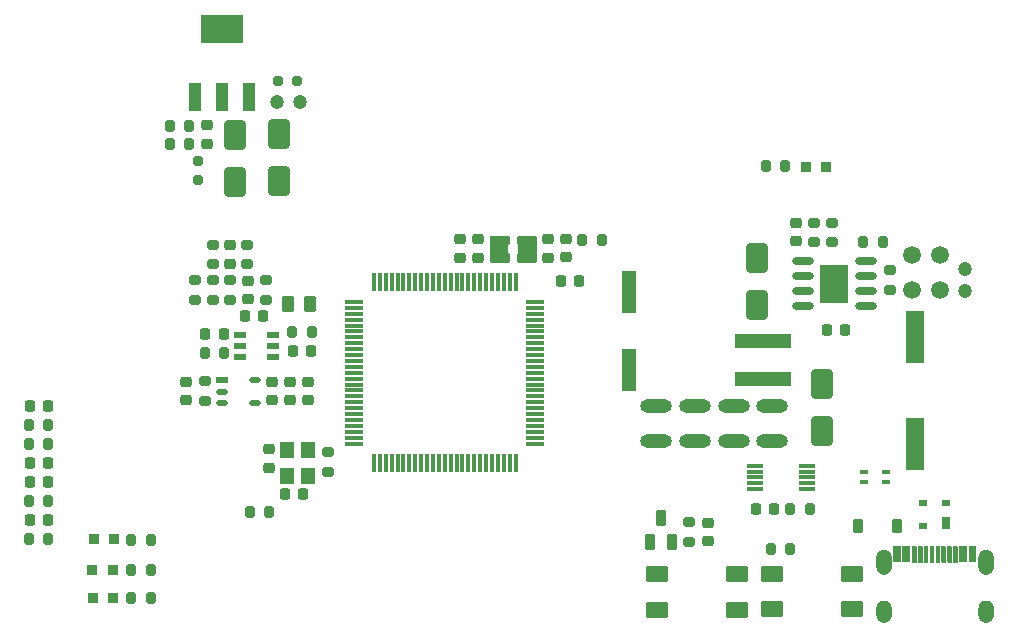
<source format=gbr>
%TF.GenerationSoftware,KiCad,Pcbnew,7.0.9*%
%TF.CreationDate,2025-05-07T10:44:47+08:00*%
%TF.ProjectId,HPM5300RDCRevB,48504d35-3330-4305-9244-43526576422e,REVC*%
%TF.SameCoordinates,Original*%
%TF.FileFunction,Paste,Top*%
%TF.FilePolarity,Positive*%
%FSLAX46Y46*%
G04 Gerber Fmt 4.6, Leading zero omitted, Abs format (unit mm)*
G04 Created by KiCad (PCBNEW 7.0.9) date 2025-05-07 10:44:47*
%MOMM*%
%LPD*%
G01*
G04 APERTURE LIST*
G04 Aperture macros list*
%AMRoundRect*
0 Rectangle with rounded corners*
0 $1 Rounding radius*
0 $2 $3 $4 $5 $6 $7 $8 $9 X,Y pos of 4 corners*
0 Add a 4 corners polygon primitive as box body*
4,1,4,$2,$3,$4,$5,$6,$7,$8,$9,$2,$3,0*
0 Add four circle primitives for the rounded corners*
1,1,$1+$1,$2,$3*
1,1,$1+$1,$4,$5*
1,1,$1+$1,$6,$7*
1,1,$1+$1,$8,$9*
0 Add four rect primitives between the rounded corners*
20,1,$1+$1,$2,$3,$4,$5,0*
20,1,$1+$1,$4,$5,$6,$7,0*
20,1,$1+$1,$6,$7,$8,$9,0*
20,1,$1+$1,$8,$9,$2,$3,0*%
G04 Aperture macros list end*
%ADD10C,0.005100*%
%ADD11C,0.120000*%
%ADD12RoundRect,0.200000X0.200000X0.275000X-0.200000X0.275000X-0.200000X-0.275000X0.200000X-0.275000X0*%
%ADD13RoundRect,0.225000X0.225000X0.250000X-0.225000X0.250000X-0.225000X-0.250000X0.225000X-0.250000X0*%
%ADD14R,0.750000X0.400000*%
%ADD15C,1.200000*%
%ADD16R,1.400000X0.300000*%
%ADD17RoundRect,0.225000X0.250000X-0.225000X0.250000X0.225000X-0.250000X0.225000X-0.250000X-0.225000X0*%
%ADD18RoundRect,0.050000X-0.150000X-0.650000X0.150000X-0.650000X0.150000X0.650000X-0.150000X0.650000X0*%
%ADD19R,0.980000X2.340000*%
%ADD20R,3.600000X2.340000*%
%ADD21RoundRect,0.200000X-0.275000X0.200000X-0.275000X-0.200000X0.275000X-0.200000X0.275000X0.200000X0*%
%ADD22RoundRect,0.225000X-0.250000X0.225000X-0.250000X-0.225000X0.250000X-0.225000X0.250000X0.225000X0*%
%ADD23RoundRect,0.200000X0.275000X-0.200000X0.275000X0.200000X-0.275000X0.200000X-0.275000X-0.200000X0*%
%ADD24C,1.500000*%
%ADD25R,1.016000X0.508000*%
%ADD26O,1.016000X0.508000*%
%ADD27RoundRect,0.250000X-0.650000X1.000000X-0.650000X-1.000000X0.650000X-1.000000X0.650000X1.000000X0*%
%ADD28RoundRect,0.050800X-0.849650X-0.599450X0.849650X-0.599450X0.849650X0.599450X-0.849650X0.599450X0*%
%ADD29RoundRect,0.050800X0.400050X-0.400050X0.400050X0.400050X-0.400050X0.400050X-0.400050X-0.400050X0*%
%ADD30R,1.635000X2.160000*%
%ADD31RoundRect,0.225000X-0.225000X-0.250000X0.225000X-0.250000X0.225000X0.250000X-0.225000X0.250000X0*%
%ADD32C,0.950000*%
%ADD33R,1.200000X1.400000*%
%ADD34R,1.650000X4.500000*%
%ADD35RoundRect,0.200000X-0.200000X-0.275000X0.200000X-0.275000X0.200000X0.275000X-0.200000X0.275000X0*%
%ADD36RoundRect,0.250000X0.650000X-1.000000X0.650000X1.000000X-0.650000X1.000000X-0.650000X-1.000000X0*%
%ADD37R,4.700000X1.250000*%
%ADD38RoundRect,0.050800X-0.400050X0.400050X-0.400050X-0.400050X0.400050X-0.400050X0.400050X0.400050X0*%
%ADD39RoundRect,0.225000X-0.225000X-0.375000X0.225000X-0.375000X0.225000X0.375000X-0.225000X0.375000X0*%
%ADD40RoundRect,0.050800X-0.350000X0.625000X-0.350000X-0.625000X0.350000X-0.625000X0.350000X0.625000X0*%
%ADD41RoundRect,0.250000X0.262500X0.450000X-0.262500X0.450000X-0.262500X-0.450000X0.262500X-0.450000X0*%
%ADD42O,1.865000X0.630000*%
%ADD43R,2.400000X3.300000*%
%ADD44O,2.700000X1.150000*%
%ADD45R,0.700000X1.000000*%
%ADD46R,0.700000X0.600000*%
%ADD47RoundRect,0.075000X0.725000X0.075000X-0.725000X0.075000X-0.725000X-0.075000X0.725000X-0.075000X0*%
%ADD48RoundRect,0.075000X0.075000X0.725000X-0.075000X0.725000X-0.075000X-0.725000X0.075000X-0.725000X0*%
%ADD49R,1.260000X3.610000*%
%ADD50R,1.000000X0.550000*%
G04 APERTURE END LIST*
%TO.C,J1*%
D10*
X184895200Y-127169050D02*
X184395200Y-127169050D01*
X184395200Y-125979050D01*
X184895200Y-125979050D01*
X184895200Y-127169050D01*
G36*
X184895200Y-127169050D02*
G01*
X184395200Y-127169050D01*
X184395200Y-125979050D01*
X184895200Y-125979050D01*
X184895200Y-127169050D01*
G37*
X185695300Y-127169050D02*
X185195300Y-127169050D01*
X185195300Y-125979050D01*
X185695300Y-125979050D01*
X185695300Y-127169050D01*
G36*
X185695300Y-127169050D02*
G01*
X185195300Y-127169050D01*
X185195300Y-125979050D01*
X185695300Y-125979050D01*
X185695300Y-127169050D01*
G37*
X186245200Y-127219050D02*
X185945200Y-127219050D01*
X185945200Y-125929050D01*
X186245200Y-125929050D01*
X186245200Y-127219050D01*
G36*
X186245200Y-127219050D02*
G01*
X185945200Y-127219050D01*
X185945200Y-125929050D01*
X186245200Y-125929050D01*
X186245200Y-127219050D01*
G37*
X186745300Y-127219050D02*
X186445400Y-127219050D01*
X186445400Y-125929050D01*
X186745300Y-125929050D01*
X186745300Y-127219050D01*
G36*
X186745300Y-127219050D02*
G01*
X186445400Y-127219050D01*
X186445400Y-125929050D01*
X186745300Y-125929050D01*
X186745300Y-127219050D01*
G37*
X187245200Y-127219050D02*
X186945200Y-127219050D01*
X186945200Y-125929050D01*
X187245200Y-125929050D01*
X187245200Y-127219050D01*
G36*
X187245200Y-127219050D02*
G01*
X186945200Y-127219050D01*
X186945200Y-125929050D01*
X187245200Y-125929050D01*
X187245200Y-127219050D01*
G37*
X187745300Y-127219050D02*
X187445300Y-127219050D01*
X187445300Y-125929050D01*
X187745300Y-125929050D01*
X187745300Y-127219050D01*
G36*
X187745300Y-127219050D02*
G01*
X187445300Y-127219050D01*
X187445300Y-125929050D01*
X187745300Y-125929050D01*
X187745300Y-127219050D01*
G37*
X188245100Y-127219050D02*
X187945200Y-127219050D01*
X187945200Y-125929050D01*
X188245100Y-125929050D01*
X188245100Y-127219050D01*
G36*
X188245100Y-127219050D02*
G01*
X187945200Y-127219050D01*
X187945200Y-125929050D01*
X188245100Y-125929050D01*
X188245100Y-127219050D01*
G37*
X188745300Y-127219050D02*
X188445300Y-127219050D01*
X188445300Y-125929050D01*
X188745300Y-125929050D01*
X188745300Y-127219050D01*
G36*
X188745300Y-127219050D02*
G01*
X188445300Y-127219050D01*
X188445300Y-125929050D01*
X188745300Y-125929050D01*
X188745300Y-127219050D01*
G37*
X189244900Y-127219050D02*
X188944900Y-127219050D01*
X188944900Y-125929050D01*
X189244900Y-125929050D01*
X189244900Y-127219050D01*
G36*
X189244900Y-127219050D02*
G01*
X188944900Y-127219050D01*
X188944900Y-125929050D01*
X189244900Y-125929050D01*
X189244900Y-127219050D01*
G37*
X189745300Y-127219050D02*
X189445300Y-127219050D01*
X189445300Y-125929050D01*
X189745300Y-125929050D01*
X189745300Y-127219050D01*
G36*
X189745300Y-127219050D02*
G01*
X189445300Y-127219050D01*
X189445300Y-125929050D01*
X189745300Y-125929050D01*
X189745300Y-127219050D01*
G37*
X190495400Y-127169250D02*
X189995400Y-127169250D01*
X189995400Y-125979250D01*
X190495400Y-125979250D01*
X190495400Y-127169250D01*
G36*
X190495400Y-127169250D02*
G01*
X189995400Y-127169250D01*
X189995400Y-125979250D01*
X190495400Y-125979250D01*
X190495400Y-127169250D01*
G37*
X191295400Y-127169050D02*
X190795400Y-127169050D01*
X190795400Y-125979050D01*
X191295400Y-125979050D01*
X191295400Y-127169050D01*
G36*
X191295400Y-127169050D02*
G01*
X190795400Y-127169050D01*
X190795400Y-125979050D01*
X191295400Y-125979050D01*
X191295400Y-127169050D01*
G37*
X183570000Y-126225550D02*
X183599800Y-126228550D01*
X183629400Y-126233050D01*
X183658700Y-126238950D01*
X183687700Y-126246350D01*
X183716300Y-126255150D01*
X183744400Y-126265350D01*
X183771900Y-126276950D01*
X183798900Y-126289950D01*
X183825200Y-126304250D01*
X183850700Y-126319850D01*
X183875400Y-126336750D01*
X183899300Y-126354850D01*
X183922200Y-126374050D01*
X183944100Y-126394350D01*
X183965000Y-126415850D01*
X183984800Y-126438250D01*
X184003500Y-126461650D01*
X184020900Y-126485950D01*
X184037100Y-126511050D01*
X184052100Y-126536950D01*
X184065800Y-126563550D01*
X184078000Y-126590850D01*
X184089000Y-126618650D01*
X184098500Y-126647050D01*
X184106600Y-126675850D01*
X184113300Y-126705050D01*
X184118500Y-126734450D01*
X184122200Y-126764150D01*
X184124400Y-126794050D01*
X184125200Y-126823950D01*
X184125200Y-127623950D01*
X184124400Y-127653750D01*
X184122200Y-127683650D01*
X184118500Y-127713350D01*
X184113300Y-127742850D01*
X184106600Y-127771950D01*
X184098500Y-127800750D01*
X184089000Y-127829150D01*
X184078000Y-127856950D01*
X184065800Y-127884250D01*
X184052100Y-127910850D01*
X184037100Y-127936750D01*
X184020900Y-127961950D01*
X184003500Y-127986150D01*
X183984800Y-128009550D01*
X183965000Y-128032050D01*
X183944100Y-128053450D01*
X183922200Y-128073750D01*
X183899300Y-128092950D01*
X183875400Y-128111050D01*
X183850700Y-128127950D01*
X183825200Y-128143550D01*
X183798900Y-128157850D01*
X183771900Y-128170850D01*
X183744400Y-128182450D01*
X183716300Y-128192650D01*
X183687700Y-128201450D01*
X183658700Y-128208850D01*
X183629400Y-128214750D01*
X183599800Y-128219250D01*
X183570000Y-128222250D01*
X183540100Y-128223750D01*
X183510200Y-128223750D01*
X183480300Y-128222250D01*
X183450600Y-128219250D01*
X183421000Y-128214750D01*
X183391700Y-128208850D01*
X183362700Y-128201450D01*
X183334100Y-128192650D01*
X183306000Y-128182450D01*
X183278400Y-128170850D01*
X183251400Y-128157850D01*
X183225200Y-128143550D01*
X183199600Y-128127950D01*
X183174900Y-128111050D01*
X183151100Y-128092950D01*
X183128200Y-128073750D01*
X183106200Y-128053450D01*
X183085300Y-128032050D01*
X183065500Y-128009550D01*
X183046900Y-127986150D01*
X183029400Y-127961950D01*
X183013200Y-127936750D01*
X182998200Y-127910850D01*
X182984600Y-127884250D01*
X182972300Y-127856950D01*
X182961400Y-127829150D01*
X182951800Y-127800750D01*
X182943700Y-127771950D01*
X182937100Y-127742850D01*
X182931900Y-127713350D01*
X182928100Y-127683650D01*
X182925900Y-127653750D01*
X182925200Y-127623950D01*
X182925200Y-126823950D01*
X182925900Y-126794050D01*
X182928100Y-126764150D01*
X182931900Y-126734450D01*
X182937100Y-126705050D01*
X182943700Y-126675850D01*
X182951800Y-126647050D01*
X182961400Y-126618650D01*
X182972300Y-126590850D01*
X182984600Y-126563550D01*
X182998200Y-126536950D01*
X183013200Y-126511050D01*
X183029400Y-126485950D01*
X183046900Y-126461650D01*
X183065500Y-126438250D01*
X183085300Y-126415850D01*
X183106200Y-126394350D01*
X183128200Y-126374050D01*
X183151100Y-126354850D01*
X183174900Y-126336750D01*
X183199600Y-126319850D01*
X183225200Y-126304250D01*
X183251400Y-126289950D01*
X183278400Y-126276950D01*
X183306000Y-126265350D01*
X183334100Y-126255150D01*
X183362700Y-126246350D01*
X183391700Y-126238950D01*
X183421000Y-126233050D01*
X183450600Y-126228550D01*
X183480300Y-126225550D01*
X183510200Y-126224050D01*
X183540100Y-126224050D01*
X183570000Y-126225550D01*
G36*
X183570000Y-126225550D02*
G01*
X183599800Y-126228550D01*
X183629400Y-126233050D01*
X183658700Y-126238950D01*
X183687700Y-126246350D01*
X183716300Y-126255150D01*
X183744400Y-126265350D01*
X183771900Y-126276950D01*
X183798900Y-126289950D01*
X183825200Y-126304250D01*
X183850700Y-126319850D01*
X183875400Y-126336750D01*
X183899300Y-126354850D01*
X183922200Y-126374050D01*
X183944100Y-126394350D01*
X183965000Y-126415850D01*
X183984800Y-126438250D01*
X184003500Y-126461650D01*
X184020900Y-126485950D01*
X184037100Y-126511050D01*
X184052100Y-126536950D01*
X184065800Y-126563550D01*
X184078000Y-126590850D01*
X184089000Y-126618650D01*
X184098500Y-126647050D01*
X184106600Y-126675850D01*
X184113300Y-126705050D01*
X184118500Y-126734450D01*
X184122200Y-126764150D01*
X184124400Y-126794050D01*
X184125200Y-126823950D01*
X184125200Y-127623950D01*
X184124400Y-127653750D01*
X184122200Y-127683650D01*
X184118500Y-127713350D01*
X184113300Y-127742850D01*
X184106600Y-127771950D01*
X184098500Y-127800750D01*
X184089000Y-127829150D01*
X184078000Y-127856950D01*
X184065800Y-127884250D01*
X184052100Y-127910850D01*
X184037100Y-127936750D01*
X184020900Y-127961950D01*
X184003500Y-127986150D01*
X183984800Y-128009550D01*
X183965000Y-128032050D01*
X183944100Y-128053450D01*
X183922200Y-128073750D01*
X183899300Y-128092950D01*
X183875400Y-128111050D01*
X183850700Y-128127950D01*
X183825200Y-128143550D01*
X183798900Y-128157850D01*
X183771900Y-128170850D01*
X183744400Y-128182450D01*
X183716300Y-128192650D01*
X183687700Y-128201450D01*
X183658700Y-128208850D01*
X183629400Y-128214750D01*
X183599800Y-128219250D01*
X183570000Y-128222250D01*
X183540100Y-128223750D01*
X183510200Y-128223750D01*
X183480300Y-128222250D01*
X183450600Y-128219250D01*
X183421000Y-128214750D01*
X183391700Y-128208850D01*
X183362700Y-128201450D01*
X183334100Y-128192650D01*
X183306000Y-128182450D01*
X183278400Y-128170850D01*
X183251400Y-128157850D01*
X183225200Y-128143550D01*
X183199600Y-128127950D01*
X183174900Y-128111050D01*
X183151100Y-128092950D01*
X183128200Y-128073750D01*
X183106200Y-128053450D01*
X183085300Y-128032050D01*
X183065500Y-128009550D01*
X183046900Y-127986150D01*
X183029400Y-127961950D01*
X183013200Y-127936750D01*
X182998200Y-127910850D01*
X182984600Y-127884250D01*
X182972300Y-127856950D01*
X182961400Y-127829150D01*
X182951800Y-127800750D01*
X182943700Y-127771950D01*
X182937100Y-127742850D01*
X182931900Y-127713350D01*
X182928100Y-127683650D01*
X182925900Y-127653750D01*
X182925200Y-127623950D01*
X182925200Y-126823950D01*
X182925900Y-126794050D01*
X182928100Y-126764150D01*
X182931900Y-126734450D01*
X182937100Y-126705050D01*
X182943700Y-126675850D01*
X182951800Y-126647050D01*
X182961400Y-126618650D01*
X182972300Y-126590850D01*
X182984600Y-126563550D01*
X182998200Y-126536950D01*
X183013200Y-126511050D01*
X183029400Y-126485950D01*
X183046900Y-126461650D01*
X183065500Y-126438250D01*
X183085300Y-126415850D01*
X183106200Y-126394350D01*
X183128200Y-126374050D01*
X183151100Y-126354850D01*
X183174900Y-126336750D01*
X183199600Y-126319850D01*
X183225200Y-126304250D01*
X183251400Y-126289950D01*
X183278400Y-126276950D01*
X183306000Y-126265350D01*
X183334100Y-126255150D01*
X183362700Y-126246350D01*
X183391700Y-126238950D01*
X183421000Y-126233050D01*
X183450600Y-126228550D01*
X183480300Y-126225550D01*
X183510200Y-126224050D01*
X183540100Y-126224050D01*
X183570000Y-126225550D01*
G37*
X183570000Y-130505650D02*
X183599800Y-130508650D01*
X183629400Y-130513150D01*
X183658700Y-130519050D01*
X183687700Y-130526450D01*
X183716300Y-130535250D01*
X183744400Y-130545450D01*
X183771900Y-130557050D01*
X183798900Y-130570050D01*
X183825200Y-130584350D01*
X183850700Y-130599950D01*
X183875400Y-130616850D01*
X183899300Y-130634850D01*
X183922200Y-130654150D01*
X183944100Y-130674450D01*
X183965000Y-130695850D01*
X183984800Y-130718350D01*
X184003500Y-130741750D01*
X184020900Y-130765950D01*
X184037100Y-130791150D01*
X184052100Y-130817050D01*
X184065800Y-130843650D01*
X184078000Y-130870950D01*
X184089000Y-130898750D01*
X184098500Y-130927150D01*
X184106600Y-130955950D01*
X184113300Y-130985050D01*
X184118500Y-131014550D01*
X184122200Y-131044250D01*
X184124400Y-131074050D01*
X184125200Y-131103950D01*
X184125200Y-131703950D01*
X184124400Y-131733850D01*
X184122200Y-131763750D01*
X184118500Y-131793450D01*
X184113300Y-131822850D01*
X184106600Y-131852050D01*
X184098500Y-131880850D01*
X184089000Y-131909150D01*
X184078000Y-131937050D01*
X184065800Y-131964350D01*
X184052100Y-131990950D01*
X184037100Y-132016850D01*
X184020900Y-132041950D01*
X184003500Y-132066250D01*
X183984800Y-132089650D01*
X183965000Y-132112050D01*
X183944100Y-132133450D01*
X183922200Y-132153850D01*
X183899300Y-132173050D01*
X183875400Y-132191150D01*
X183850700Y-132207950D01*
X183825200Y-132223550D01*
X183798900Y-132237950D01*
X183771900Y-132250850D01*
X183744400Y-132262550D01*
X183716300Y-132272750D01*
X183687700Y-132281550D01*
X183658700Y-132288950D01*
X183629400Y-132294850D01*
X183599800Y-132299350D01*
X183570000Y-132302350D01*
X183540100Y-132303850D01*
X183510200Y-132303850D01*
X183480300Y-132302350D01*
X183450600Y-132299350D01*
X183421000Y-132294850D01*
X183391700Y-132288950D01*
X183362700Y-132281550D01*
X183334100Y-132272750D01*
X183306000Y-132262550D01*
X183278400Y-132250850D01*
X183251400Y-132237950D01*
X183225200Y-132223550D01*
X183199600Y-132207950D01*
X183174900Y-132191150D01*
X183151100Y-132173050D01*
X183128200Y-132153850D01*
X183106200Y-132133450D01*
X183085300Y-132112050D01*
X183065500Y-132089650D01*
X183046900Y-132066250D01*
X183029400Y-132041950D01*
X183013200Y-132016850D01*
X182998200Y-131990950D01*
X182984600Y-131964350D01*
X182972300Y-131937050D01*
X182961400Y-131909150D01*
X182951800Y-131880850D01*
X182943700Y-131852050D01*
X182937100Y-131822850D01*
X182931900Y-131793450D01*
X182928100Y-131763750D01*
X182925900Y-131733850D01*
X182925200Y-131703950D01*
X182925200Y-131103950D01*
X182925900Y-131074050D01*
X182928100Y-131044250D01*
X182931900Y-131014550D01*
X182937100Y-130985050D01*
X182943700Y-130955950D01*
X182951800Y-130927150D01*
X182961400Y-130898750D01*
X182972300Y-130870950D01*
X182984600Y-130843650D01*
X182998200Y-130817050D01*
X183013200Y-130791150D01*
X183029400Y-130765950D01*
X183046900Y-130741750D01*
X183065500Y-130718350D01*
X183085300Y-130695850D01*
X183106200Y-130674450D01*
X183128200Y-130654150D01*
X183151100Y-130634850D01*
X183174900Y-130616850D01*
X183199600Y-130599950D01*
X183225200Y-130584350D01*
X183251400Y-130570050D01*
X183278400Y-130557050D01*
X183306000Y-130545450D01*
X183334100Y-130535250D01*
X183362700Y-130526450D01*
X183391700Y-130519050D01*
X183421000Y-130513150D01*
X183450600Y-130508650D01*
X183480300Y-130505650D01*
X183510200Y-130504150D01*
X183540100Y-130504150D01*
X183570000Y-130505650D01*
G36*
X183570000Y-130505650D02*
G01*
X183599800Y-130508650D01*
X183629400Y-130513150D01*
X183658700Y-130519050D01*
X183687700Y-130526450D01*
X183716300Y-130535250D01*
X183744400Y-130545450D01*
X183771900Y-130557050D01*
X183798900Y-130570050D01*
X183825200Y-130584350D01*
X183850700Y-130599950D01*
X183875400Y-130616850D01*
X183899300Y-130634850D01*
X183922200Y-130654150D01*
X183944100Y-130674450D01*
X183965000Y-130695850D01*
X183984800Y-130718350D01*
X184003500Y-130741750D01*
X184020900Y-130765950D01*
X184037100Y-130791150D01*
X184052100Y-130817050D01*
X184065800Y-130843650D01*
X184078000Y-130870950D01*
X184089000Y-130898750D01*
X184098500Y-130927150D01*
X184106600Y-130955950D01*
X184113300Y-130985050D01*
X184118500Y-131014550D01*
X184122200Y-131044250D01*
X184124400Y-131074050D01*
X184125200Y-131103950D01*
X184125200Y-131703950D01*
X184124400Y-131733850D01*
X184122200Y-131763750D01*
X184118500Y-131793450D01*
X184113300Y-131822850D01*
X184106600Y-131852050D01*
X184098500Y-131880850D01*
X184089000Y-131909150D01*
X184078000Y-131937050D01*
X184065800Y-131964350D01*
X184052100Y-131990950D01*
X184037100Y-132016850D01*
X184020900Y-132041950D01*
X184003500Y-132066250D01*
X183984800Y-132089650D01*
X183965000Y-132112050D01*
X183944100Y-132133450D01*
X183922200Y-132153850D01*
X183899300Y-132173050D01*
X183875400Y-132191150D01*
X183850700Y-132207950D01*
X183825200Y-132223550D01*
X183798900Y-132237950D01*
X183771900Y-132250850D01*
X183744400Y-132262550D01*
X183716300Y-132272750D01*
X183687700Y-132281550D01*
X183658700Y-132288950D01*
X183629400Y-132294850D01*
X183599800Y-132299350D01*
X183570000Y-132302350D01*
X183540100Y-132303850D01*
X183510200Y-132303850D01*
X183480300Y-132302350D01*
X183450600Y-132299350D01*
X183421000Y-132294850D01*
X183391700Y-132288950D01*
X183362700Y-132281550D01*
X183334100Y-132272750D01*
X183306000Y-132262550D01*
X183278400Y-132250850D01*
X183251400Y-132237950D01*
X183225200Y-132223550D01*
X183199600Y-132207950D01*
X183174900Y-132191150D01*
X183151100Y-132173050D01*
X183128200Y-132153850D01*
X183106200Y-132133450D01*
X183085300Y-132112050D01*
X183065500Y-132089650D01*
X183046900Y-132066250D01*
X183029400Y-132041950D01*
X183013200Y-132016850D01*
X182998200Y-131990950D01*
X182984600Y-131964350D01*
X182972300Y-131937050D01*
X182961400Y-131909150D01*
X182951800Y-131880850D01*
X182943700Y-131852050D01*
X182937100Y-131822850D01*
X182931900Y-131793450D01*
X182928100Y-131763750D01*
X182925900Y-131733850D01*
X182925200Y-131703950D01*
X182925200Y-131103950D01*
X182925900Y-131074050D01*
X182928100Y-131044250D01*
X182931900Y-131014550D01*
X182937100Y-130985050D01*
X182943700Y-130955950D01*
X182951800Y-130927150D01*
X182961400Y-130898750D01*
X182972300Y-130870950D01*
X182984600Y-130843650D01*
X182998200Y-130817050D01*
X183013200Y-130791150D01*
X183029400Y-130765950D01*
X183046900Y-130741750D01*
X183065500Y-130718350D01*
X183085300Y-130695850D01*
X183106200Y-130674450D01*
X183128200Y-130654150D01*
X183151100Y-130634850D01*
X183174900Y-130616850D01*
X183199600Y-130599950D01*
X183225200Y-130584350D01*
X183251400Y-130570050D01*
X183278400Y-130557050D01*
X183306000Y-130545450D01*
X183334100Y-130535250D01*
X183362700Y-130526450D01*
X183391700Y-130519050D01*
X183421000Y-130513150D01*
X183450600Y-130508650D01*
X183480300Y-130505650D01*
X183510200Y-130504150D01*
X183540100Y-130504150D01*
X183570000Y-130505650D01*
G37*
X192210100Y-126225550D02*
X192239800Y-126228550D01*
X192269400Y-126233050D01*
X192298700Y-126238950D01*
X192327700Y-126246350D01*
X192356300Y-126255150D01*
X192384400Y-126265350D01*
X192412000Y-126276950D01*
X192439000Y-126289950D01*
X192465200Y-126304250D01*
X192490800Y-126319850D01*
X192515500Y-126336750D01*
X192539300Y-126354850D01*
X192562200Y-126374050D01*
X192584200Y-126394350D01*
X192605100Y-126415850D01*
X192624900Y-126438250D01*
X192643500Y-126461650D01*
X192661000Y-126485950D01*
X192677200Y-126511050D01*
X192692200Y-126536950D01*
X192705800Y-126563550D01*
X192718100Y-126590850D01*
X192729000Y-126618650D01*
X192738600Y-126647050D01*
X192746700Y-126675850D01*
X192753300Y-126705050D01*
X192758500Y-126734450D01*
X192762300Y-126764150D01*
X192764500Y-126794050D01*
X192765200Y-126823950D01*
X192765200Y-127623950D01*
X192764500Y-127653750D01*
X192762300Y-127683650D01*
X192758500Y-127713350D01*
X192753300Y-127742850D01*
X192746700Y-127771950D01*
X192738600Y-127800750D01*
X192729000Y-127829150D01*
X192718100Y-127856950D01*
X192705800Y-127884250D01*
X192692200Y-127910850D01*
X192677200Y-127936750D01*
X192661000Y-127961950D01*
X192643500Y-127986150D01*
X192624900Y-128009550D01*
X192605100Y-128032050D01*
X192584200Y-128053450D01*
X192562200Y-128073750D01*
X192539300Y-128092950D01*
X192515500Y-128111050D01*
X192490800Y-128127950D01*
X192465200Y-128143550D01*
X192439000Y-128157850D01*
X192412000Y-128170850D01*
X192384400Y-128182450D01*
X192356300Y-128192650D01*
X192327700Y-128201450D01*
X192298700Y-128208850D01*
X192269400Y-128214750D01*
X192239800Y-128219250D01*
X192210100Y-128222250D01*
X192180200Y-128223750D01*
X192150300Y-128223750D01*
X192120400Y-128222250D01*
X192090600Y-128219250D01*
X192061000Y-128214750D01*
X192031700Y-128208850D01*
X192002700Y-128201450D01*
X191974100Y-128192650D01*
X191946000Y-128182450D01*
X191918500Y-128170850D01*
X191891500Y-128157850D01*
X191865200Y-128143550D01*
X191839700Y-128127950D01*
X191815000Y-128111050D01*
X191791100Y-128092950D01*
X191768200Y-128073750D01*
X191746300Y-128053450D01*
X191725400Y-128032050D01*
X191705600Y-128009550D01*
X191687000Y-127986150D01*
X191669500Y-127961950D01*
X191653300Y-127936750D01*
X191638300Y-127910850D01*
X191624600Y-127884250D01*
X191612400Y-127856950D01*
X191601400Y-127829150D01*
X191591900Y-127800750D01*
X191583800Y-127771950D01*
X191577100Y-127742850D01*
X191571900Y-127713350D01*
X191568200Y-127683650D01*
X191566000Y-127653750D01*
X191565200Y-127623950D01*
X191565200Y-126823950D01*
X191566000Y-126794050D01*
X191568200Y-126764150D01*
X191571900Y-126734450D01*
X191577100Y-126705050D01*
X191583800Y-126675850D01*
X191591900Y-126647050D01*
X191601400Y-126618650D01*
X191612400Y-126590850D01*
X191624600Y-126563550D01*
X191638300Y-126536950D01*
X191653300Y-126511050D01*
X191669500Y-126485950D01*
X191687000Y-126461650D01*
X191705600Y-126438250D01*
X191725400Y-126415850D01*
X191746300Y-126394350D01*
X191768200Y-126374050D01*
X191791100Y-126354850D01*
X191815000Y-126336750D01*
X191839700Y-126319850D01*
X191865200Y-126304250D01*
X191891500Y-126289950D01*
X191918500Y-126276950D01*
X191946000Y-126265350D01*
X191974100Y-126255150D01*
X192002700Y-126246350D01*
X192031700Y-126238950D01*
X192061000Y-126233050D01*
X192090600Y-126228550D01*
X192120400Y-126225550D01*
X192150300Y-126224050D01*
X192180200Y-126224050D01*
X192210100Y-126225550D01*
G36*
X192210100Y-126225550D02*
G01*
X192239800Y-126228550D01*
X192269400Y-126233050D01*
X192298700Y-126238950D01*
X192327700Y-126246350D01*
X192356300Y-126255150D01*
X192384400Y-126265350D01*
X192412000Y-126276950D01*
X192439000Y-126289950D01*
X192465200Y-126304250D01*
X192490800Y-126319850D01*
X192515500Y-126336750D01*
X192539300Y-126354850D01*
X192562200Y-126374050D01*
X192584200Y-126394350D01*
X192605100Y-126415850D01*
X192624900Y-126438250D01*
X192643500Y-126461650D01*
X192661000Y-126485950D01*
X192677200Y-126511050D01*
X192692200Y-126536950D01*
X192705800Y-126563550D01*
X192718100Y-126590850D01*
X192729000Y-126618650D01*
X192738600Y-126647050D01*
X192746700Y-126675850D01*
X192753300Y-126705050D01*
X192758500Y-126734450D01*
X192762300Y-126764150D01*
X192764500Y-126794050D01*
X192765200Y-126823950D01*
X192765200Y-127623950D01*
X192764500Y-127653750D01*
X192762300Y-127683650D01*
X192758500Y-127713350D01*
X192753300Y-127742850D01*
X192746700Y-127771950D01*
X192738600Y-127800750D01*
X192729000Y-127829150D01*
X192718100Y-127856950D01*
X192705800Y-127884250D01*
X192692200Y-127910850D01*
X192677200Y-127936750D01*
X192661000Y-127961950D01*
X192643500Y-127986150D01*
X192624900Y-128009550D01*
X192605100Y-128032050D01*
X192584200Y-128053450D01*
X192562200Y-128073750D01*
X192539300Y-128092950D01*
X192515500Y-128111050D01*
X192490800Y-128127950D01*
X192465200Y-128143550D01*
X192439000Y-128157850D01*
X192412000Y-128170850D01*
X192384400Y-128182450D01*
X192356300Y-128192650D01*
X192327700Y-128201450D01*
X192298700Y-128208850D01*
X192269400Y-128214750D01*
X192239800Y-128219250D01*
X192210100Y-128222250D01*
X192180200Y-128223750D01*
X192150300Y-128223750D01*
X192120400Y-128222250D01*
X192090600Y-128219250D01*
X192061000Y-128214750D01*
X192031700Y-128208850D01*
X192002700Y-128201450D01*
X191974100Y-128192650D01*
X191946000Y-128182450D01*
X191918500Y-128170850D01*
X191891500Y-128157850D01*
X191865200Y-128143550D01*
X191839700Y-128127950D01*
X191815000Y-128111050D01*
X191791100Y-128092950D01*
X191768200Y-128073750D01*
X191746300Y-128053450D01*
X191725400Y-128032050D01*
X191705600Y-128009550D01*
X191687000Y-127986150D01*
X191669500Y-127961950D01*
X191653300Y-127936750D01*
X191638300Y-127910850D01*
X191624600Y-127884250D01*
X191612400Y-127856950D01*
X191601400Y-127829150D01*
X191591900Y-127800750D01*
X191583800Y-127771950D01*
X191577100Y-127742850D01*
X191571900Y-127713350D01*
X191568200Y-127683650D01*
X191566000Y-127653750D01*
X191565200Y-127623950D01*
X191565200Y-126823950D01*
X191566000Y-126794050D01*
X191568200Y-126764150D01*
X191571900Y-126734450D01*
X191577100Y-126705050D01*
X191583800Y-126675850D01*
X191591900Y-126647050D01*
X191601400Y-126618650D01*
X191612400Y-126590850D01*
X191624600Y-126563550D01*
X191638300Y-126536950D01*
X191653300Y-126511050D01*
X191669500Y-126485950D01*
X191687000Y-126461650D01*
X191705600Y-126438250D01*
X191725400Y-126415850D01*
X191746300Y-126394350D01*
X191768200Y-126374050D01*
X191791100Y-126354850D01*
X191815000Y-126336750D01*
X191839700Y-126319850D01*
X191865200Y-126304250D01*
X191891500Y-126289950D01*
X191918500Y-126276950D01*
X191946000Y-126265350D01*
X191974100Y-126255150D01*
X192002700Y-126246350D01*
X192031700Y-126238950D01*
X192061000Y-126233050D01*
X192090600Y-126228550D01*
X192120400Y-126225550D01*
X192150300Y-126224050D01*
X192180200Y-126224050D01*
X192210100Y-126225550D01*
G37*
X192210100Y-130505650D02*
X192239800Y-130508650D01*
X192269400Y-130513150D01*
X192298700Y-130519050D01*
X192327700Y-130526450D01*
X192356300Y-130535250D01*
X192384400Y-130545450D01*
X192412000Y-130557050D01*
X192439000Y-130570050D01*
X192465200Y-130584350D01*
X192490800Y-130599950D01*
X192515500Y-130616850D01*
X192539300Y-130634850D01*
X192562200Y-130654150D01*
X192584200Y-130674450D01*
X192605100Y-130695850D01*
X192624900Y-130718350D01*
X192643500Y-130741750D01*
X192661000Y-130765950D01*
X192677200Y-130791150D01*
X192692200Y-130817050D01*
X192705800Y-130843650D01*
X192718100Y-130870950D01*
X192729000Y-130898750D01*
X192738600Y-130927150D01*
X192746700Y-130955950D01*
X192753300Y-130985050D01*
X192758500Y-131014550D01*
X192762300Y-131044250D01*
X192764500Y-131074050D01*
X192765200Y-131103950D01*
X192765200Y-131703950D01*
X192764500Y-131733850D01*
X192762300Y-131763750D01*
X192758500Y-131793450D01*
X192753300Y-131822850D01*
X192746700Y-131852050D01*
X192738600Y-131880850D01*
X192729000Y-131909150D01*
X192718100Y-131937050D01*
X192705800Y-131964350D01*
X192692200Y-131990950D01*
X192677200Y-132016850D01*
X192661000Y-132041950D01*
X192643500Y-132066250D01*
X192624900Y-132089650D01*
X192605100Y-132112050D01*
X192584200Y-132133450D01*
X192562200Y-132153850D01*
X192539300Y-132173050D01*
X192515500Y-132191150D01*
X192490800Y-132207950D01*
X192465200Y-132223550D01*
X192439000Y-132237950D01*
X192412000Y-132250850D01*
X192384400Y-132262550D01*
X192356300Y-132272750D01*
X192327700Y-132281550D01*
X192298700Y-132288950D01*
X192269400Y-132294850D01*
X192239800Y-132299350D01*
X192210100Y-132302350D01*
X192180200Y-132303850D01*
X192150300Y-132303850D01*
X192120400Y-132302350D01*
X192090600Y-132299350D01*
X192061000Y-132294850D01*
X192031700Y-132288950D01*
X192002700Y-132281550D01*
X191974100Y-132272750D01*
X191946000Y-132262550D01*
X191918500Y-132250850D01*
X191891500Y-132237950D01*
X191865200Y-132223550D01*
X191839700Y-132207950D01*
X191815000Y-132191150D01*
X191791100Y-132173050D01*
X191768200Y-132153850D01*
X191746300Y-132133450D01*
X191725400Y-132112050D01*
X191705600Y-132089650D01*
X191687000Y-132066250D01*
X191669500Y-132041950D01*
X191653300Y-132016850D01*
X191638300Y-131990950D01*
X191624600Y-131964350D01*
X191612400Y-131937050D01*
X191601400Y-131909150D01*
X191591900Y-131880850D01*
X191583800Y-131852050D01*
X191577100Y-131822850D01*
X191571900Y-131793450D01*
X191568200Y-131763750D01*
X191566000Y-131733850D01*
X191565200Y-131703950D01*
X191565200Y-131103950D01*
X191566000Y-131074050D01*
X191568200Y-131044250D01*
X191571900Y-131014550D01*
X191577100Y-130985050D01*
X191583800Y-130955950D01*
X191591900Y-130927150D01*
X191601400Y-130898750D01*
X191612400Y-130870950D01*
X191624600Y-130843650D01*
X191638300Y-130817050D01*
X191653300Y-130791150D01*
X191669500Y-130765950D01*
X191687000Y-130741750D01*
X191705600Y-130718350D01*
X191725400Y-130695850D01*
X191746300Y-130674450D01*
X191768200Y-130654150D01*
X191791100Y-130634850D01*
X191815000Y-130616850D01*
X191839700Y-130599950D01*
X191865200Y-130584350D01*
X191891500Y-130570050D01*
X191918500Y-130557050D01*
X191946000Y-130545450D01*
X191974100Y-130535250D01*
X192002700Y-130526450D01*
X192031700Y-130519050D01*
X192061000Y-130513150D01*
X192090600Y-130508650D01*
X192120400Y-130505650D01*
X192150300Y-130504150D01*
X192180200Y-130504150D01*
X192210100Y-130505650D01*
G36*
X192210100Y-130505650D02*
G01*
X192239800Y-130508650D01*
X192269400Y-130513150D01*
X192298700Y-130519050D01*
X192327700Y-130526450D01*
X192356300Y-130535250D01*
X192384400Y-130545450D01*
X192412000Y-130557050D01*
X192439000Y-130570050D01*
X192465200Y-130584350D01*
X192490800Y-130599950D01*
X192515500Y-130616850D01*
X192539300Y-130634850D01*
X192562200Y-130654150D01*
X192584200Y-130674450D01*
X192605100Y-130695850D01*
X192624900Y-130718350D01*
X192643500Y-130741750D01*
X192661000Y-130765950D01*
X192677200Y-130791150D01*
X192692200Y-130817050D01*
X192705800Y-130843650D01*
X192718100Y-130870950D01*
X192729000Y-130898750D01*
X192738600Y-130927150D01*
X192746700Y-130955950D01*
X192753300Y-130985050D01*
X192758500Y-131014550D01*
X192762300Y-131044250D01*
X192764500Y-131074050D01*
X192765200Y-131103950D01*
X192765200Y-131703950D01*
X192764500Y-131733850D01*
X192762300Y-131763750D01*
X192758500Y-131793450D01*
X192753300Y-131822850D01*
X192746700Y-131852050D01*
X192738600Y-131880850D01*
X192729000Y-131909150D01*
X192718100Y-131937050D01*
X192705800Y-131964350D01*
X192692200Y-131990950D01*
X192677200Y-132016850D01*
X192661000Y-132041950D01*
X192643500Y-132066250D01*
X192624900Y-132089650D01*
X192605100Y-132112050D01*
X192584200Y-132133450D01*
X192562200Y-132153850D01*
X192539300Y-132173050D01*
X192515500Y-132191150D01*
X192490800Y-132207950D01*
X192465200Y-132223550D01*
X192439000Y-132237950D01*
X192412000Y-132250850D01*
X192384400Y-132262550D01*
X192356300Y-132272750D01*
X192327700Y-132281550D01*
X192298700Y-132288950D01*
X192269400Y-132294850D01*
X192239800Y-132299350D01*
X192210100Y-132302350D01*
X192180200Y-132303850D01*
X192150300Y-132303850D01*
X192120400Y-132302350D01*
X192090600Y-132299350D01*
X192061000Y-132294850D01*
X192031700Y-132288950D01*
X192002700Y-132281550D01*
X191974100Y-132272750D01*
X191946000Y-132262550D01*
X191918500Y-132250850D01*
X191891500Y-132237950D01*
X191865200Y-132223550D01*
X191839700Y-132207950D01*
X191815000Y-132191150D01*
X191791100Y-132173050D01*
X191768200Y-132153850D01*
X191746300Y-132133450D01*
X191725400Y-132112050D01*
X191705600Y-132089650D01*
X191687000Y-132066250D01*
X191669500Y-132041950D01*
X191653300Y-132016850D01*
X191638300Y-131990950D01*
X191624600Y-131964350D01*
X191612400Y-131937050D01*
X191601400Y-131909150D01*
X191591900Y-131880850D01*
X191583800Y-131852050D01*
X191577100Y-131822850D01*
X191571900Y-131793450D01*
X191568200Y-131763750D01*
X191566000Y-131733850D01*
X191565200Y-131703950D01*
X191565200Y-131103950D01*
X191566000Y-131074050D01*
X191568200Y-131044250D01*
X191571900Y-131014550D01*
X191577100Y-130985050D01*
X191583800Y-130955950D01*
X191591900Y-130927150D01*
X191601400Y-130898750D01*
X191612400Y-130870950D01*
X191624600Y-130843650D01*
X191638300Y-130817050D01*
X191653300Y-130791150D01*
X191669500Y-130765950D01*
X191687000Y-130741750D01*
X191705600Y-130718350D01*
X191725400Y-130695850D01*
X191746300Y-130674450D01*
X191768200Y-130654150D01*
X191791100Y-130634850D01*
X191815000Y-130616850D01*
X191839700Y-130599950D01*
X191865200Y-130584350D01*
X191891500Y-130570050D01*
X191918500Y-130557050D01*
X191946000Y-130545450D01*
X191974100Y-130535250D01*
X192002700Y-130526450D01*
X192031700Y-130519050D01*
X192061000Y-130513150D01*
X192090600Y-130508650D01*
X192120400Y-130505650D01*
X192150300Y-130504150D01*
X192180200Y-130504150D01*
X192210100Y-130505650D01*
G37*
%TO.C,L4*%
D11*
X154135000Y-99745000D02*
X154135000Y-101705000D01*
X154035000Y-101805000D01*
X152565000Y-101805000D01*
X152465000Y-101705000D01*
X152465000Y-101192000D01*
X152565000Y-101092000D01*
X152956000Y-101092000D01*
X153056000Y-100992000D01*
X153056000Y-100458000D01*
X152956000Y-100358000D01*
X152565000Y-100358000D01*
X152465000Y-100258000D01*
X152465000Y-99745000D01*
X152565000Y-99645000D01*
X154035000Y-99645000D01*
X154135000Y-99745000D01*
G36*
X154135000Y-99745000D02*
G01*
X154135000Y-101705000D01*
X154035000Y-101805000D01*
X152565000Y-101805000D01*
X152465000Y-101705000D01*
X152465000Y-101192000D01*
X152565000Y-101092000D01*
X152956000Y-101092000D01*
X153056000Y-100992000D01*
X153056000Y-100458000D01*
X152956000Y-100358000D01*
X152565000Y-100358000D01*
X152465000Y-100258000D01*
X152465000Y-99745000D01*
X152565000Y-99645000D01*
X154035000Y-99645000D01*
X154135000Y-99745000D01*
G37*
X151835000Y-99745000D02*
X151835000Y-100258000D01*
X151735000Y-100358000D01*
X151344000Y-100358000D01*
X151244000Y-100458000D01*
X151244000Y-100992000D01*
X151344000Y-101092000D01*
X151735000Y-101092000D01*
X151835000Y-101192000D01*
X151835000Y-101705000D01*
X151735000Y-101805000D01*
X150265000Y-101805000D01*
X150165000Y-101705000D01*
X150165000Y-99745000D01*
X150265000Y-99645000D01*
X151735000Y-99645000D01*
X151835000Y-99745000D01*
G36*
X151835000Y-99745000D02*
G01*
X151835000Y-100258000D01*
X151735000Y-100358000D01*
X151344000Y-100358000D01*
X151244000Y-100458000D01*
X151244000Y-100992000D01*
X151344000Y-101092000D01*
X151735000Y-101092000D01*
X151835000Y-101192000D01*
X151835000Y-101705000D01*
X151735000Y-101805000D01*
X150265000Y-101805000D01*
X150165000Y-101705000D01*
X150165000Y-99745000D01*
X150265000Y-99645000D01*
X151735000Y-99645000D01*
X151835000Y-99745000D01*
G37*
%TD*%
D12*
%TO.C,R51*%
X112820200Y-122060000D03*
X111170200Y-122060000D03*
%TD*%
D13*
%TO.C,C42*%
X134375000Y-121500000D03*
X132825000Y-121500000D03*
%TD*%
D14*
%TO.C,L9*%
X183720200Y-120430000D03*
X181870200Y-120430000D03*
X181870200Y-119630000D03*
X183720200Y-119630000D03*
%TD*%
D15*
%TO.C,C24*%
X190450000Y-104300000D03*
X190450000Y-102400000D03*
%TD*%
D16*
%TO.C,U9*%
X177041990Y-121080000D03*
X177041990Y-120580000D03*
X177041990Y-120080000D03*
X177041990Y-119580000D03*
X177041990Y-119080000D03*
X172641990Y-119080000D03*
X172641990Y-119580000D03*
X172641990Y-120080000D03*
X172641990Y-120580000D03*
X172641990Y-121080000D03*
%TD*%
D17*
%TO.C,C17*%
X131715200Y-113560000D03*
X131715200Y-112010000D03*
%TD*%
D13*
%TO.C,C11*%
X112770200Y-123660000D03*
X111220200Y-123660000D03*
%TD*%
D18*
%TO.C,J1*%
X184495200Y-126573950D03*
X185295300Y-126573950D03*
X186595300Y-126573950D03*
X187595300Y-126573950D03*
X188095100Y-126573950D03*
X189094900Y-126573950D03*
X190395400Y-126574150D03*
X191195200Y-126573950D03*
X190895200Y-126573950D03*
X190095100Y-126574150D03*
X189595300Y-126573950D03*
X188595300Y-126573950D03*
X187095100Y-126573950D03*
X186095100Y-126573950D03*
X185595300Y-126573950D03*
X184795200Y-126573950D03*
%TD*%
D17*
%TO.C,C28*%
X176100000Y-100100000D03*
X176100000Y-98550000D03*
%TD*%
D12*
%TO.C,R16*%
X131515000Y-123010000D03*
X129865000Y-123010000D03*
%TD*%
D17*
%TO.C,C76*%
X129710200Y-104975000D03*
X129710200Y-103425000D03*
%TD*%
D19*
%TO.C,U17*%
X125225000Y-87870000D03*
X127525000Y-87870000D03*
X129825000Y-87870000D03*
D20*
X127525000Y-82130000D03*
%TD*%
D17*
%TO.C,C58*%
X149175200Y-101475000D03*
X149175200Y-99925000D03*
%TD*%
D12*
%TO.C,R11*%
X124750000Y-91825000D03*
X123100000Y-91825000D03*
%TD*%
D21*
%TO.C,R120*%
X128235200Y-103375000D03*
X128235200Y-105025000D03*
%TD*%
D22*
%TO.C,C64*%
X126225000Y-90275000D03*
X126225000Y-91825000D03*
%TD*%
D23*
%TO.C,R6*%
X179150000Y-100150000D03*
X179150000Y-98500000D03*
%TD*%
D22*
%TO.C,C16*%
X124445200Y-111980000D03*
X124445200Y-113530000D03*
%TD*%
%TO.C,C77*%
X128160200Y-100425000D03*
X128160200Y-101975000D03*
%TD*%
D23*
%TO.C,R114*%
X131200000Y-105025000D03*
X131200000Y-103375000D03*
%TD*%
D21*
%TO.C,R4*%
X184050000Y-102525000D03*
X184050000Y-104175000D03*
%TD*%
D24*
%TO.C,C27*%
X185950000Y-104225000D03*
X185950000Y-101275000D03*
%TD*%
D23*
%TO.C,R111*%
X125235200Y-105025000D03*
X125235200Y-103375000D03*
%TD*%
D25*
%TO.C,U4*%
X127538200Y-111865002D03*
D26*
X127538200Y-112815012D03*
X127538200Y-113764998D03*
X130332200Y-113764998D03*
X130332200Y-111865002D03*
%TD*%
D24*
%TO.C,C25*%
X188275000Y-104225000D03*
X188275000Y-101275000D03*
%TD*%
D27*
%TO.C,D12*%
X128650000Y-91050000D03*
X128650000Y-95050000D03*
%TD*%
D21*
%TO.C,R115*%
X129670200Y-100395000D03*
X129670200Y-102045000D03*
%TD*%
D12*
%TO.C,R13*%
X135115000Y-107760000D03*
X133465000Y-107760000D03*
%TD*%
D28*
%TO.C,SW2*%
X174068900Y-131251100D03*
X180871100Y-131251100D03*
X180871100Y-128248900D03*
X174068900Y-128248900D03*
%TD*%
D12*
%TO.C,R32*%
X177290200Y-122760000D03*
X175640200Y-122760000D03*
%TD*%
D23*
%TO.C,R2*%
X126035200Y-113580000D03*
X126035200Y-111930000D03*
%TD*%
D29*
%TO.C,LED4*%
X118250900Y-127900000D03*
X116549100Y-127900000D03*
%TD*%
D30*
%TO.C,L4*%
X153318000Y-100725000D03*
X150982000Y-100725000D03*
%TD*%
D17*
%TO.C,C5*%
X168630000Y-125505000D03*
X168630000Y-123955000D03*
%TD*%
%TO.C,C56*%
X147695200Y-101475000D03*
X147695200Y-99925000D03*
%TD*%
D31*
%TO.C,C34*%
X156215000Y-103420000D03*
X157765000Y-103420000D03*
%TD*%
D32*
%TO.C,C2*%
X132275000Y-86550000D03*
X133825000Y-86550000D03*
%TD*%
D23*
%TO.C,R113*%
X126730200Y-102025000D03*
X126730200Y-100375000D03*
%TD*%
D33*
%TO.C,X1*%
X134760000Y-119920000D03*
X134760000Y-117720000D03*
X133060000Y-117720000D03*
X133060000Y-119920000D03*
%TD*%
D17*
%TO.C,C37*%
X155100000Y-101465000D03*
X155100000Y-99915000D03*
%TD*%
D15*
%TO.C,C71*%
X132200000Y-88325000D03*
X134100000Y-88325000D03*
%TD*%
D34*
%TO.C,C23*%
X186150000Y-108225000D03*
X186150000Y-117225000D03*
%TD*%
D35*
%TO.C,R38*%
X119845000Y-130290000D03*
X121495000Y-130290000D03*
%TD*%
%TO.C,R1*%
X126060200Y-109560000D03*
X127710200Y-109560000D03*
%TD*%
D36*
%TO.C,D10*%
X178325000Y-116175000D03*
X178325000Y-112175000D03*
%TD*%
D31*
%TO.C,C29*%
X178750000Y-107600000D03*
X180300000Y-107600000D03*
%TD*%
D27*
%TO.C,D11*%
X132325000Y-91025000D03*
X132325000Y-95025000D03*
%TD*%
D37*
%TO.C,L2*%
X173325000Y-108525000D03*
X173325000Y-111775000D03*
%TD*%
D23*
%TO.C,R19*%
X167030000Y-125515000D03*
X167030000Y-123865000D03*
%TD*%
D13*
%TO.C,C12*%
X112770200Y-114060000D03*
X111220200Y-114060000D03*
%TD*%
D38*
%TO.C,LED1*%
X176949100Y-93800000D03*
X178650900Y-93800000D03*
%TD*%
D12*
%TO.C,R9*%
X175625000Y-126170000D03*
X173975000Y-126170000D03*
%TD*%
D31*
%TO.C,C26*%
X133515000Y-109400000D03*
X135065000Y-109400000D03*
%TD*%
D39*
%TO.C,D2*%
X181377700Y-124220000D03*
X184677700Y-124220000D03*
%TD*%
D31*
%TO.C,C4*%
X126110200Y-107920000D03*
X127660200Y-107920000D03*
%TD*%
D22*
%TO.C,C41*%
X131520000Y-117695000D03*
X131520000Y-119245000D03*
%TD*%
D40*
%TO.C,D3*%
X163753800Y-125522450D03*
X165653800Y-125522450D03*
X164703800Y-123522450D03*
%TD*%
D29*
%TO.C,LED5*%
X118270000Y-130330000D03*
X116568200Y-130330000D03*
%TD*%
D41*
%TO.C,L6*%
X134952500Y-105370000D03*
X133127500Y-105370000D03*
%TD*%
D35*
%TO.C,R14*%
X173550000Y-93750000D03*
X175200000Y-93750000D03*
%TD*%
%TO.C,R34*%
X119825000Y-125390000D03*
X121475000Y-125390000D03*
%TD*%
%TO.C,R57*%
X111170200Y-125260000D03*
X112820200Y-125260000D03*
%TD*%
D42*
%TO.C,U3*%
X182032000Y-105585000D03*
X182032000Y-104315000D03*
X182032000Y-103045000D03*
X182032000Y-101775000D03*
X176668000Y-101775000D03*
X176668000Y-103045000D03*
X176668000Y-104315000D03*
X176668000Y-105585000D03*
D43*
X179350000Y-103680000D03*
%TD*%
D12*
%TO.C,R12*%
X124750000Y-90300000D03*
X123100000Y-90300000D03*
%TD*%
%TO.C,R5*%
X183475000Y-100175000D03*
X181825000Y-100175000D03*
%TD*%
D44*
%TO.C,C35*%
X170825000Y-114075000D03*
X170825000Y-117025000D03*
%TD*%
D13*
%TO.C,C10*%
X112770200Y-118860000D03*
X111220200Y-118860000D03*
%TD*%
D31*
%TO.C,C3*%
X172720200Y-122790000D03*
X174270200Y-122790000D03*
%TD*%
%TO.C,C31*%
X129440000Y-106450000D03*
X130990000Y-106450000D03*
%TD*%
D36*
%TO.C,D9*%
X172825000Y-105475000D03*
X172825000Y-101475000D03*
%TD*%
D12*
%TO.C,R52*%
X112820200Y-117260000D03*
X111170200Y-117260000D03*
%TD*%
%TO.C,R21*%
X159650000Y-99975000D03*
X158000000Y-99975000D03*
%TD*%
D21*
%TO.C,R112*%
X126730200Y-103375000D03*
X126730200Y-105025000D03*
%TD*%
%TO.C,R10*%
X177625000Y-98500000D03*
X177625000Y-100150000D03*
%TD*%
D45*
%TO.C,U8*%
X188835200Y-123980000D03*
D46*
X188835200Y-122280000D03*
X186835200Y-122280000D03*
X186835200Y-124180000D03*
%TD*%
D47*
%TO.C,U1*%
X154050200Y-117220000D03*
X154050200Y-116720000D03*
X154050200Y-116220000D03*
X154050200Y-115720000D03*
X154050200Y-115220000D03*
X154050200Y-114720000D03*
X154050200Y-114220000D03*
X154050200Y-113720000D03*
X154050200Y-113220000D03*
X154050200Y-112720000D03*
X154050200Y-112220000D03*
X154050200Y-111720000D03*
X154050200Y-111220000D03*
X154050200Y-110720000D03*
X154050200Y-110220000D03*
X154050200Y-109720000D03*
X154050200Y-109220000D03*
X154050200Y-108720000D03*
X154050200Y-108220000D03*
X154050200Y-107720000D03*
X154050200Y-107220000D03*
X154050200Y-106720000D03*
X154050200Y-106220000D03*
X154050200Y-105720000D03*
X154050200Y-105220000D03*
D48*
X152375200Y-103545000D03*
X151875200Y-103545000D03*
X151375200Y-103545000D03*
X150875200Y-103545000D03*
X150375200Y-103545000D03*
X149875200Y-103545000D03*
X149375200Y-103545000D03*
X148875200Y-103545000D03*
X148375200Y-103545000D03*
X147875200Y-103545000D03*
X147375200Y-103545000D03*
X146875200Y-103545000D03*
X146375200Y-103545000D03*
X145875200Y-103545000D03*
X145375200Y-103545000D03*
X144875200Y-103545000D03*
X144375200Y-103545000D03*
X143875200Y-103545000D03*
X143375200Y-103545000D03*
X142875200Y-103545000D03*
X142375200Y-103545000D03*
X141875200Y-103545000D03*
X141375200Y-103545000D03*
X140875200Y-103545000D03*
X140375200Y-103545000D03*
D47*
X138700200Y-105220000D03*
X138700200Y-105720000D03*
X138700200Y-106220000D03*
X138700200Y-106720000D03*
X138700200Y-107220000D03*
X138700200Y-107720000D03*
X138700200Y-108220000D03*
X138700200Y-108720000D03*
X138700200Y-109220000D03*
X138700200Y-109720000D03*
X138700200Y-110220000D03*
X138700200Y-110720000D03*
X138700200Y-111220000D03*
X138700200Y-111720000D03*
X138700200Y-112220000D03*
X138700200Y-112720000D03*
X138700200Y-113220000D03*
X138700200Y-113720000D03*
X138700200Y-114220000D03*
X138700200Y-114720000D03*
X138700200Y-115220000D03*
X138700200Y-115720000D03*
X138700200Y-116220000D03*
X138700200Y-116720000D03*
X138700200Y-117220000D03*
D48*
X140375200Y-118895000D03*
X140875200Y-118895000D03*
X141375200Y-118895000D03*
X141875200Y-118895000D03*
X142375200Y-118895000D03*
X142875200Y-118895000D03*
X143375200Y-118895000D03*
X143875200Y-118895000D03*
X144375200Y-118895000D03*
X144875200Y-118895000D03*
X145375200Y-118895000D03*
X145875200Y-118895000D03*
X146375200Y-118895000D03*
X146875200Y-118895000D03*
X147375200Y-118895000D03*
X147875200Y-118895000D03*
X148375200Y-118895000D03*
X148875200Y-118895000D03*
X149375200Y-118895000D03*
X149875200Y-118895000D03*
X150375200Y-118895000D03*
X150875200Y-118895000D03*
X151375200Y-118895000D03*
X151875200Y-118895000D03*
X152375200Y-118895000D03*
%TD*%
D17*
%TO.C,C18*%
X133275200Y-113560000D03*
X133275200Y-112010000D03*
%TD*%
D44*
%TO.C,C52*%
X174093888Y-114075000D03*
X174093888Y-117025000D03*
%TD*%
%TO.C,C33*%
X167556112Y-114075000D03*
X167556112Y-117025000D03*
%TD*%
D49*
%TO.C,C78*%
X162000000Y-104355000D03*
X162000000Y-110945000D03*
%TD*%
D35*
%TO.C,R36*%
X119815000Y-127890000D03*
X121465000Y-127890000D03*
%TD*%
D17*
%TO.C,C39*%
X156600000Y-101450000D03*
X156600000Y-99900000D03*
%TD*%
D35*
%TO.C,R59*%
X111170200Y-115660000D03*
X112820200Y-115660000D03*
%TD*%
D50*
%TO.C,U2*%
X129045200Y-107980000D03*
X129045200Y-108930000D03*
X129045200Y-109880000D03*
X131845200Y-109880000D03*
X131845200Y-108930000D03*
X131845200Y-107980000D03*
%TD*%
D44*
%TO.C,C30*%
X164287222Y-114075000D03*
X164287222Y-117025000D03*
%TD*%
D13*
%TO.C,C9*%
X112770200Y-120460000D03*
X111220200Y-120460000D03*
%TD*%
D29*
%TO.C,LED3*%
X118350000Y-125330000D03*
X116648200Y-125330000D03*
%TD*%
D17*
%TO.C,C32*%
X134785200Y-113560000D03*
X134785200Y-112010000D03*
%TD*%
D23*
%TO.C,R33*%
X136530000Y-119615000D03*
X136530000Y-117965000D03*
%TD*%
D28*
%TO.C,SW3*%
X164358900Y-131301100D03*
X171161100Y-131301100D03*
X171161100Y-128298900D03*
X164358900Y-128298900D03*
%TD*%
D32*
%TO.C,C88*%
X125525000Y-94875000D03*
X125525000Y-93325000D03*
%TD*%
M02*

</source>
